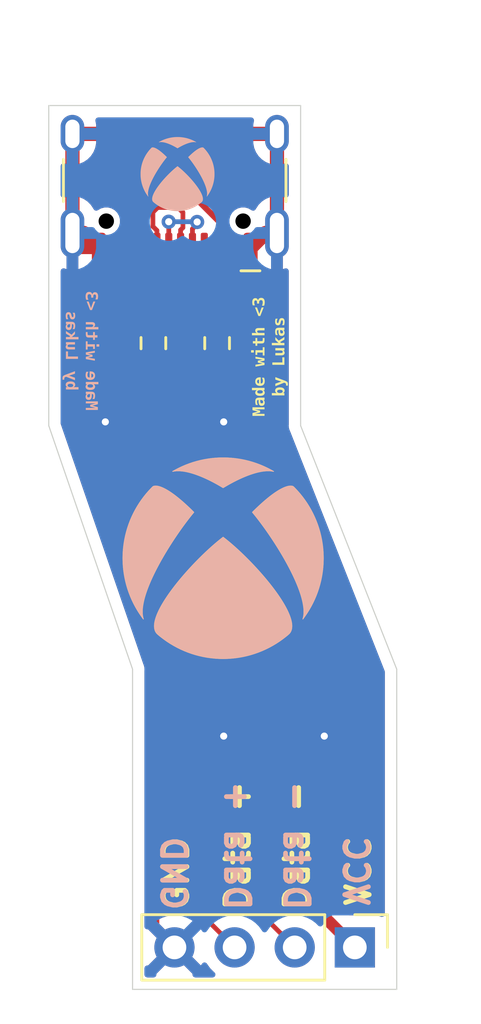
<source format=kicad_pcb>
(kicad_pcb (version 20241229) (generator "pcbnew") (generator_version "9.0")
  (layers (0 "F.Cu" signal) (2 "B.Cu" signal) (13 "F.Paste" user) (15 "B.Paste" user) (5 "F.SilkS" user "F.Silkscreen") (7 "B.SilkS" user "B.Silkscreen") (1 "F.Mask" user) (3 "B.Mask" user) (25 "Edge.Cuts" user))
  (net 0 "")
  (net 1 "GND")
  (net 2 "Net-(J1-CC1)")
  (net 3 "Net-(J1-CC2)")
  (net 4 "+5V")
  (net 6 "/D-")
  (net 7 "/D+")
  (footprint "Connector_USB:USB_C_Receptacle_HCTL_HC-TYPE-C-16P-01A" (layer "F.Cu") (at 116.049997 126.235 180)
    (property "Reference" "J1" (hide yes))
    (property "Value" "USB_C_Receptacle_USB2.0_16P" (hide yes))
    (pad "" np_thru_hole circle (at -2.89 -2.605 180) (size 0.65 0.65) (drill 0.65) (layers "*.Mask"))
    (pad "" np_thru_hole circle (at 2.89 -2.605 180) (size 0.65 0.65) (drill 0.65) (layers "*.Mask"))
    (pad "A1" smd roundrect (at -3.2 -3.745 180) (size 0.6 1.3) (layers "F.Cu" "F.Mask" "F.Paste") (net 1 "GND"))
    (pad "A4" smd roundrect (at -2.4 -3.745 180) (size 0.6 1.3) (layers "F.Cu" "F.Mask" "F.Paste") (net 4 "+5V"))
    (pad "A5" smd roundrect (at -1.25 -3.745 180) (size 0.3 1.3) (layers "F.Cu" "F.Mask" "F.Paste") (net 2 "Net-(J1-CC1)"))
    (pad "A6" smd roundrect (at -0.25 -3.745 180) (size 0.3 1.3) (layers "F.Cu" "F.Mask" "F.Paste") (net 7 "/D+"))
    (pad "A7" smd roundrect (at 0.25 -3.745 180) (size 0.3 1.3) (layers "F.Cu" "F.Mask" "F.Paste") (net 6 "/D-"))
    (pad "A8" smd roundrect (at 1.25 -3.745 180) (size 0.3 1.3) (layers "F.Cu" "F.Mask" "F.Paste"))
    (pad "A9" smd roundrect (at 2.4 -3.745 180) (size 0.6 1.3) (layers "F.Cu" "F.Mask" "F.Paste") (net 4 "+5V"))
    (pad "A12" smd roundrect (at 3.2 -3.745 180) (size 0.6 1.3) (layers "F.Cu" "F.Mask" "F.Paste") (net 1 "GND"))
    (pad "B1" smd roundrect (at 3.2 -3.745 180) (size 0.6 1.3) (layers "F.Cu" "F.Mask" "F.Paste") (net 1 "GND"))
    (pad "B4" smd roundrect (at 2.4 -3.745 180) (size 0.6 1.3) (layers "F.Cu" "F.Mask" "F.Paste") (net 4 "+5V"))
    (pad "B5" smd roundrect (at 1.75 -3.745 180) (size 0.3 1.3) (layers "F.Cu" "F.Mask" "F.Paste") (net 3 "Net-(J1-CC2)"))
    (pad "B6" smd roundrect (at 0.75 -3.745 180) (size 0.3 1.3) (layers "F.Cu" "F.Mask" "F.Paste") (net 7 "/D+"))
    (pad "B7" smd roundrect (at -0.75 -3.745 180) (size 0.3 1.3) (layers "F.Cu" "F.Mask" "F.Paste") (net 6 "/D-"))
    (pad "B8" smd roundrect (at -1.75 -3.745 180) (size 0.3 1.3) (layers "F.Cu" "F.Mask" "F.Paste"))
    (pad "B9" smd roundrect (at -2.4 -3.745 180) (size 0.6 1.3) (layers "F.Cu" "F.Mask" "F.Paste") (net 4 "+5V"))
    (pad "B12" smd roundrect (at -3.2 -3.745 180) (size 0.6 1.3) (layers "F.Cu" "F.Mask" "F.Paste") (net 1 "GND"))
    (pad "S1" thru_hole oval (at -4.32 -3.105 180) (size 1 2.1) (drill oval 0.6 1.7) (property pad_prop_heatsink) (layers "*.Cu" "*.Mask") (net 1 "GND"))
    (pad "S1" thru_hole oval (at -4.32 1.075 180) (size 1 1.6) (drill oval 0.6 1.2) (property pad_prop_heatsink) (layers "*.Cu" "*.Mask") (net 1 "GND"))
    (pad "S1" thru_hole oval (at 4.32 -3.105 180) (size 1 2.1) (drill oval 0.6 1.7) (property pad_prop_heatsink) (layers "*.Cu" "*.Mask") (net 1 "GND"))
    (pad "S1" thru_hole oval (at 4.32 1.075 180) (size 1 1.6) (drill oval 0.6 1.2) (property pad_prop_heatsink) (layers "*.Cu" "*.Mask") (net 1 "GND"))
  )
  (footprint "pcb art layers:xbox" (layer "F.Cu") (at 118.096001 143.052999)
    (property "Reference" "G***" (hide yes))
    (property "Value" "LOGO" (hide yes))
  )
  (footprint "Resistor_SMD:R_0603_1608Metric" (layer "F.Cu") (at 117.842001 133.984999 -90)
    (property "Reference" "5.1k1" (hide yes))
    (property "Value" "R_Small" (hide yes))
    (pad "1" smd roundrect (at -0.825 0 270) (size 0.8 0.95) (layers "F.Cu" "F.Mask" "F.Paste") (net 2 "Net-(J1-CC1)"))
    (pad "2" smd roundrect (at 0.825 0 270) (size 0.8 0.95) (layers "F.Cu" "F.Mask" "F.Paste") (net 1 "GND"))
  )
  (footprint "Resistor_SMD:R_0603_1608Metric" (layer "F.Cu") (at 115.150001 133.984999 -90)
    (property "Reference" "5.1k2" (hide yes))
    (property "Value" "R_Small" (hide yes))
    (pad "1" smd roundrect (at -0.825 0 270) (size 0.8 0.95) (layers "F.Cu" "F.Mask" "F.Paste") (net 3 "Net-(J1-CC2)"))
    (pad "2" smd roundrect (at 0.825 0 270) (size 0.8 0.95) (layers "F.Cu" "F.Mask" "F.Paste") (net 1 "GND"))
  )
  (footprint "Connector_PinHeader_2.54mm:PinHeader_1x04_P2.54mm_Vertical" (layer "F.Cu") (at 123.659997 159.464999 -90)
    (property "Reference" "J2" (hide yes))
    (property "Value" "Conn_01x04_Pin" (hide yes))
    (pad "1" thru_hole rect (at 0 0 270) (size 1.7 1.7) (drill 1) (layers "*.Cu" "*.Mask") (net 4 "+5V"))
    (pad "2" thru_hole circle (at 0 2.54 270) (size 1.7 1.7) (drill 1) (layers "*.Cu" "*.Mask") (net 6 "/D-"))
    (pad "3" thru_hole circle (at 0 5.08 270) (size 1.7 1.7) (drill 1) (layers "*.Cu" "*.Mask") (net 7 "/D+"))
    (pad "4" thru_hole circle (at 0 7.62 270) (size 1.7 1.7) (drill 1) (layers "*.Cu" "*.Mask") (net 1 "GND"))
  )
  (footprint "stuff:xbox-logo" (layer "B.Cu") (at 116.169997 126.855 180)
    (property "Reference" "G***" (hide yes))
    (property "Value" "LOGO" (hide yes))
  )
  (footprint "pcb art layers:xbox" (layer "B.Cu") (at 118.096001 143.052999 180)
    (property "Reference" "G***" (hide yes))
    (property "Value" "LOGO" (hide yes))
  )
  (gr_line (start 110.730001 137.464999) (end 114.269997 147.735) (stroke (width 0.05)) (layer "Edge.Cuts"))
  (gr_line (start 125.429999 161.235) (end 114.269997 161.235) (stroke (width 0.05)) (layer "Edge.Cuts"))
  (gr_line (start 125.429999 161.235) (end 125.429999 147.735) (stroke (width 0.05)) (layer "Edge.Cuts"))
  (gr_line (start 110.730001 123.964999) (end 121.369996 123.964999) (stroke (width 0.05)) (layer "Edge.Cuts"))
  (gr_line (start 110.730001 123.964999) (end 110.730001 137.464999) (stroke (width 0.05)) (layer "Edge.Cuts"))
  (gr_line (start 121.369996 123.964999) (end 121.37 137.464999) (stroke (width 0.05)) (layer "Edge.Cuts"))
  (gr_line (start 121.37 137.464999) (end 125.429999 147.735) (stroke (width 0.05)) (layer "Edge.Cuts"))
  (gr_line (start 114.269997 161.235) (end 114.269997 147.735) (stroke (width 0.05)) (layer "Edge.Cuts"))
  (gr_text "VCC" (at 124.4 157.8 90) (layer "F.SilkS") (effects (font (size 1 1) (thickness 0.2) (bold yes)) (justify left bottom)))
  (gr_text "GND" (at 116.7 158 90) (layer "F.SilkS") (effects (font (size 1 1) (thickness 0.2) (bold yes)) (justify left bottom)))
  (gr_text "Made with <3\nby Lukas" (at 120.769997 134.555 90) (layer "F.SilkS") (effects (font (size 0.5 0.5) (thickness 0.1) (bold yes)) (justify bottom)))
  (gr_text "Data -" (at 121.8 158 90) (layer "F.SilkS") (effects (font (size 1 1) (thickness 0.2)) (justify left bottom)))
  (gr_text "Data +" (at 119.3 158 90) (layer "F.SilkS") (effects (font (size 1 1) (thickness 0.2)) (justify left bottom)))
  (gr_text "VCC" (at 123.1 157.8 -90) (layer "B.SilkS") (effects (font (size 1 1) (thickness 0.2) (bold yes)) (justify left bottom mirror)))
  (gr_text "Made with <3\nby Lukas" (at 111.369997 134.305 -90) (layer "B.SilkS") (effects (font (size 0.5 0.5) (thickness 0.1) (bold yes)) (justify bottom mirror)))
  (gr_text "Data -" (at 120.6 158 -90) (layer "B.SilkS") (effects (font (size 1 1) (thickness 0.2)) (justify left bottom mirror)))
  (gr_text "Data +" (at 118.1 158 -90) (layer "B.SilkS") (effects (font (size 1 1) (thickness 0.2)) (justify left bottom mirror)))
  (gr_text "GND" (at 115.4 158 -90) (layer "B.SilkS") (effects (font (size 1 1) (thickness 0.2) (bold yes)) (justify left bottom mirror)))
  (segment (start 112.209997 129.34) (end 112.849997 129.98) (width 0.6) (layer "F.Cu") (net 1))
  (segment (start 115.150001 158.575003) (end 115.150001 134.809999) (width 0.5) (layer "F.Cu") (net 1))
  (segment (start 119.889997 129.34) (end 119.249997 129.98) (width 0.6) (layer "F.Cu") (net 1))
  (segment (start 116.039997 159.464999) (end 115.150001 158.575003) (width 0.5) (layer "F.Cu") (net 1))
  (segment (start 120.369997 129.34) (end 120.369997 125.16) (width 0.6) (layer "F.Cu") (net 1))
  (segment (start 111.729997 129.34) (end 112.209997 129.34) (width 0.6) (layer "F.Cu") (net 1))
  (segment (start 111.729997 125.16) (end 120.369997 125.16) (width 0.6) (layer "F.Cu") (net 1))
  (segment (start 111.729997 129.34) (end 111.729997 125.16) (width 0.6) (layer "F.Cu") (net 1))
  (segment (start 120.369997 129.34) (end 119.889997 129.34) (width 0.6) (layer "F.Cu") (net 1))
  (via (at 122.369997 150.555) (size 0.6) (drill 0.3) (layers "F.Cu" "B.Cu") (net 1))
  (via (at 118.119997 137.305) (size 0.6) (drill 0.3) (layers "F.Cu" "B.Cu") (net 1))
  (via (at 113.119997 137.305) (size 0.6) (drill 0.3) (layers "F.Cu" "B.Cu") (net 1))
  (via (at 118.119997 150.555) (size 0.6) (drill 0.3) (layers "F.Cu" "B.Cu") (net 1))
  (segment (start 117.842001 133.159999) (end 117.299997 132.617995) (width 0.2) (layer "F.Cu") (net 2))
  (segment (start 117.299997 132.617995) (end 117.299997 129.98) (width 0.2) (layer "F.Cu") (net 2))
  (segment (start 115.150001 133.159999) (end 114.299997 132.309995) (width 0.2) (layer "F.Cu") (net 3))
  (segment (start 114.299997 132.309995) (end 114.299997 129.98) (width 0.2) (layer "F.Cu") (net 3))
  (segment (start 118.449997 129.384995) (end 118.449997 129.98) (width 0.25) (layer "F.Cu") (net 4))
  (segment (start 119.869997 132.888995) (end 119.869997 155.674999) (width 0.5) (layer "F.Cu") (net 4))
  (segment (start 113.649997 129.98) (end 113.649997 129.342549) (width 0.25) (layer "F.Cu") (net 4))
  (segment (start 113.649997 129.98) (end 113.788997 129.841) (width 0.32) (layer "F.Cu") (net 4))
  (segment (start 118.310997 129.841) (end 118.449997 129.98) (width 0.32) (layer "F.Cu") (net 4))
  (segment (start 118.449997 129.98) (end 118.449997 131.468995) (width 0.5) (layer "F.Cu") (net 4))
  (segment (start 116.903001 127.837999) (end 118.449997 129.384995) (width 0.25) (layer "F.Cu") (net 4))
  (segment (start 119.869997 155.674999) (end 123.659997 159.464999) (width 0.5) (layer "F.Cu") (net 4))
  (segment (start 115.154546 127.837999) (end 116.903001 127.837999) (width 0.25) (layer "F.Cu") (net 4))
  (segment (start 118.449997 131.468995) (end 119.869997 132.888995) (width 0.5) (layer "F.Cu") (net 4))
  (segment (start 113.649997 129.342549) (end 115.154546 127.837999) (width 0.25) (layer "F.Cu") (net 4))
  (segment (start 116.799997 129.165226) (end 116.799997 129.98) (width 0.2) (layer "F.Cu") (net 6))
  (segment (start 116.998011 128.967212) (end 116.799997 129.165226) (width 0.2) (layer "F.Cu") (net 6))
  (segment (start 116.998011 128.875107) (end 116.998011 128.967212) (width 0.2) (layer "F.Cu") (net 6))
  (segment (start 115.797011 129.012374) (end 115.799997 129.01536) (width 0.2) (layer "F.Cu") (net 6))
  (segment (start 116.799997 129.98) (end 116.799997 155.144999) (width 0.2) (layer "F.Cu") (net 6))
  (segment (start 116.799997 155.144999) (end 121.119997 159.464999) (width 0.2) (layer "F.Cu") (net 6))
  (segment (start 115.799997 129.01536) (end 115.799997 129.98) (width 0.2) (layer "F.Cu") (net 6))
  (segment (start 115.797011 128.864999) (end 115.797011 129.012374) (width 0.2) (layer "F.Cu") (net 6))
  (via (at 116.998011 128.875107) (size 0.6) (drill 0.3) (layers "F.Cu" "B.Cu") (net 6))
  (via (at 115.797011 128.864999) (size 0.6) (drill 0.3) (layers "F.Cu" "B.Cu") (net 6))
  (segment (start 116.998011 128.875107) (end 116.987903 128.864999) (width 0.2) (layer "B.Cu") (net 6))
  (segment (start 116.987903 128.864999) (end 115.797011 128.864999) (width 0.2) (layer "B.Cu") (net 6))
  (segment (start 116.398011 128.474532) (end 116.187478 128.263999) (width 0.2) (layer "F.Cu") (net 7))
  (segment (start 116.299997 129.98) (end 116.299997 129.211956) (width 0.2) (layer "F.Cu") (net 7))
  (segment (start 115.130001 129.064999) (end 115.299997 129.234995) (width 0.2) (layer "F.Cu") (net 7))
  (segment (start 116.299997 129.211956) (end 116.398011 129.113942) (width 0.2) (layer "F.Cu") (net 7))
  (segment (start 116.299997 157.184999) (end 118.579997 159.464999) (width 0.2) (layer "F.Cu") (net 7))
  (segment (start 116.187478 128.263999) (end 115.331001 128.263999) (width 0.2) (layer "F.Cu") (net 7))
  (segment (start 115.331001 128.263999) (end 115.130001 128.464999) (width 0.2) (layer "F.Cu") (net 7))
  (segment (start 116.398011 129.113942) (end 116.398011 128.474532) (width 0.2) (layer "F.Cu") (net 7))
  (segment (start 115.130001 128.464999) (end 115.130001 129.064999) (width 0.2) (layer "F.Cu") (net 7))
  (segment (start 116.299997 129.98) (end 116.299997 157.184999) (width 0.2) (layer "F.Cu") (net 7))
  (segment (start 115.299997 129.234995) (end 115.299997 129.98) (width 0.2) (layer "F.Cu") (net 7))
  (zone (net 1) (net_name "GND") (layers "F.Cu" "B.Cu") (connect_pads (clearance 0.5)) (min_thickness 0.25) (fill yes (thermal_gap 0.5) (thermal_bridge_width 0.5))
    (polygon (pts (xy 128.989997 119.515) (xy 128.989997 162.695) (xy 108.669997 162.695) (xy 108.669997 119.515)))
  )
)
</source>
